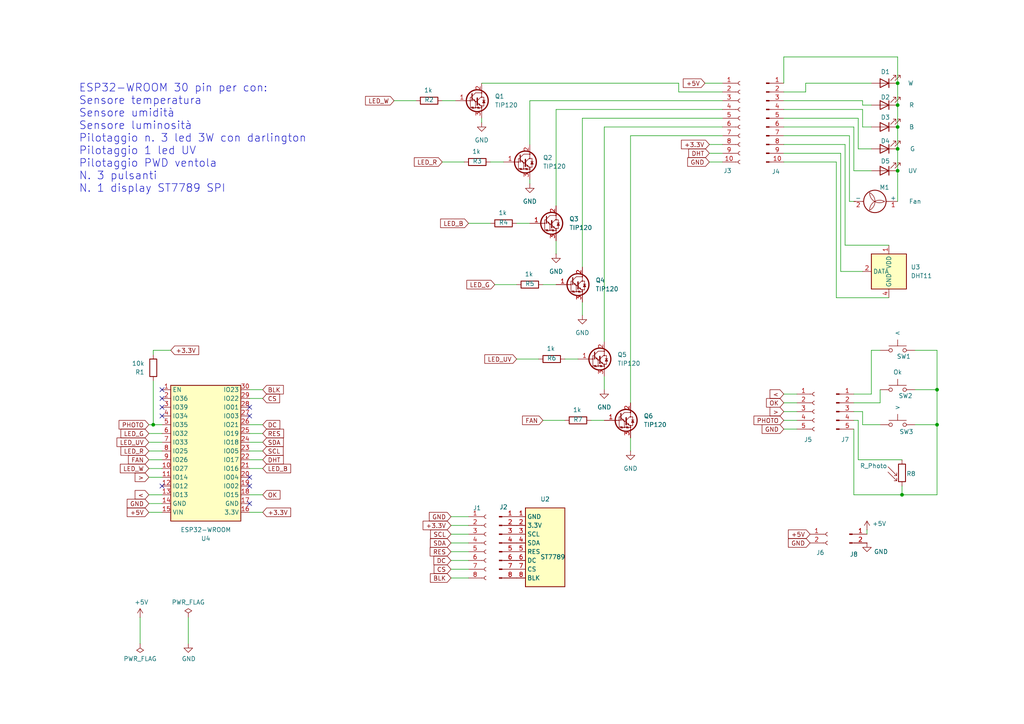
<source format=kicad_sch>
(kicad_sch (version 20250114) (generator "eeschema") (generator_version "9.0")
  (paper "A4")
  (title_block (title "Terrario con ESP32 30 pin"))
  (lib_symbols
    (symbol "Connector:Conn_01x02_Pin" (pin_names (offset 1.016) (hide yes))
      (property "Reference" "J" (at 0 2.54 0))
      (property "Value" "Conn_01x02_Pin" (at 0 -5.08 0))
      (symbol "Conn_01x02_Pin_1_1"
        (rectangle (start 0.8636 0.127) (end 0 -0.127) (stroke (width 0.1524)) (fill (type outline)))
        (rectangle (start 0.8636 -2.413) (end 0 -2.667) (stroke (width 0.1524)) (fill (type outline)))
        (polyline (pts (xy 1.27 0) (xy 0.8636 0)) (stroke (width 0.1524)))
        (polyline (pts (xy 1.27 -2.54) (xy 0.8636 -2.54)) (stroke (width 0.1524)))
        (pin passive line (at 5.08 0 180) (length 3.81) (name "Pin_1") (number "1"))
        (pin passive line (at 5.08 -2.54 180) (length 3.81) (name "Pin_2") (number "2"))
      )
    )
    (symbol "Connector:Conn_01x02_Socket" (pin_names (offset 1.016) (hide yes))
      (property "Reference" "J" (at 0 2.54 0))
      (property "Value" "Conn_01x02_Socket" (at 0 -5.08 0))
      (symbol "Conn_01x02_Socket_1_1"
        (polyline (pts (xy -1.27 0) (xy -0.508 0)) (stroke (width 0.1524)))
        (polyline (pts (xy -1.27 -2.54) (xy -0.508 -2.54)) (stroke (width 0.1524)))
        (arc (start 0 -0.508) (mid -0.5058 0) (end 0 0.508) (stroke (width 0.1524)))
        (arc (start 0 -3.048) (mid -0.5058 -2.54) (end 0 -2.032) (stroke (width 0.1524)))
        (pin passive line (at -5.08 0 0) (length 3.81) (name "Pin_1") (number "1"))
        (pin passive line (at -5.08 -2.54 0) (length 3.81) (name "Pin_2") (number "2"))
      )
    )
    (symbol "Connector:Conn_01x05_Pin" (pin_names (offset 1.016) (hide yes))
      (property "Reference" "J" (at 0 7.62 0))
      (property "Value" "Conn_01x05_Pin" (at 0 -7.62 0))
      (symbol "Conn_01x05_Pin_1_1"
        (rectangle (start 0.8636 5.207) (end 0 4.953) (stroke (width 0.1524)) (fill (type outline)))
        (rectangle (start 0.8636 2.667) (end 0 2.413) (stroke (width 0.1524)) (fill (type outline)))
        (rectangle (start 0.8636 0.127) (end 0 -0.127) (stroke (width 0.1524)) (fill (type outline)))
        (rectangle (start 0.8636 -2.413) (end 0 -2.667) (stroke (width 0.1524)) (fill (type outline)))
        (rectangle (start 0.8636 -4.953) (end 0 -5.207) (stroke (width 0.1524)) (fill (type outline)))
        (polyline (pts (xy 1.27 5.08) (xy 0.8636 5.08)) (stroke (width 0.1524)))
        (polyline (pts (xy 1.27 2.54) (xy 0.8636 2.54)) (stroke (width 0.1524)))
        (polyline (pts (xy 1.27 0) (xy 0.8636 0)) (stroke (width 0.1524)))
        (polyline (pts (xy 1.27 -2.54) (xy 0.8636 -2.54)) (stroke (width 0.1524)))
        (polyline (pts (xy 1.27 -5.08) (xy 0.8636 -5.08)) (stroke (width 0.1524)))
        (pin passive line (at 5.08 5.08 180) (length 3.81) (name "Pin_1") (number "1"))
        (pin passive line (at 5.08 2.54 180) (length 3.81) (name "Pin_2") (number "2"))
        (pin passive line (at 5.08 0 180) (length 3.81) (name "Pin_3") (number "3"))
        (pin passive line (at 5.08 -2.54 180) (length 3.81) (name "Pin_4") (number "4"))
        (pin passive line (at 5.08 -5.08 180) (length 3.81) (name "Pin_5") (number "5"))
      )
    )
    (symbol "Connector:Conn_01x05_Socket" (pin_names (offset 1.016) (hide yes))
      (property "Reference" "J" (at 0 7.62 0))
      (property "Value" "Conn_01x05_Socket" (at 0 -7.62 0))
      (symbol "Conn_01x05_Socket_1_1"
        (polyline (pts (xy -1.27 5.08) (xy -0.508 5.08)) (stroke (width 0.1524)))
        (polyline (pts (xy -1.27 2.54) (xy -0.508 2.54)) (stroke (width 0.1524)))
        (polyline (pts (xy -1.27 0) (xy -0.508 0)) (stroke (width 0.1524)))
        (polyline (pts (xy -1.27 -2.54) (xy -0.508 -2.54)) (stroke (width 0.1524)))
        (polyline (pts (xy -1.27 -5.08) (xy -0.508 -5.08)) (stroke (width 0.1524)))
        (arc (start 0 4.572) (mid -0.5058 5.08) (end 0 5.588) (stroke (width 0.1524)))
        (arc (start 0 2.032) (mid -0.5058 2.54) (end 0 3.048) (stroke (width 0.1524)))
        (arc (start 0 -0.508) (mid -0.5058 0) (end 0 0.508) (stroke (width 0.1524)))
        (arc (start 0 -3.048) (mid -0.5058 -2.54) (end 0 -2.032) (stroke (width 0.1524)))
        (arc (start 0 -5.588) (mid -0.5058 -5.08) (end 0 -4.572) (stroke (width 0.1524)))
        (pin passive line (at -5.08 5.08 0) (length 3.81) (name "Pin_1") (number "1"))
        (pin passive line (at -5.08 2.54 0) (length 3.81) (name "Pin_2") (number "2"))
        (pin passive line (at -5.08 0 0) (length 3.81) (name "Pin_3") (number "3"))
        (pin passive line (at -5.08 -2.54 0) (length 3.81) (name "Pin_4") (number "4"))
        (pin passive line (at -5.08 -5.08 0) (length 3.81) (name "Pin_5") (number "5"))
      )
    )
    (symbol "Connector:Conn_01x08_Pin" (pin_names (offset 1.016) (hide yes))
      (property "Reference" "J" (at 0 10.16 0))
      (property "Value" "Conn_01x08_Pin" (at 0 -12.7 0))
      (symbol "Conn_01x08_Pin_1_1"
        (rectangle (start 0.8636 7.747) (end 0 7.493) (stroke (width 0.1524)) (fill (type outline)))
        (rectangle (start 0.8636 5.207) (end 0 4.953) (stroke (width 0.1524)) (fill (type outline)))
        (rectangle (start 0.8636 2.667) (end 0 2.413) (stroke (width 0.1524)) (fill (type outline)))
        (rectangle (start 0.8636 0.127) (end 0 -0.127) (stroke (width 0.1524)) (fill (type outline)))
        (rectangle (start 0.8636 -2.413) (end 0 -2.667) (stroke (width 0.1524)) (fill (type outline)))
        (rectangle (start 0.8636 -4.953) (end 0 -5.207) (stroke (width 0.1524)) (fill (type outline)))
        (rectangle (start 0.8636 -7.493) (end 0 -7.747) (stroke (width 0.1524)) (fill (type outline)))
        (rectangle (start 0.8636 -10.033) (end 0 -10.287) (stroke (width 0.1524)) (fill (type outline)))
        (polyline (pts (xy 1.27 7.62) (xy 0.8636 7.62)) (stroke (width 0.1524)))
        (polyline (pts (xy 1.27 5.08) (xy 0.8636 5.08)) (stroke (width 0.1524)))
        (polyline (pts (xy 1.27 2.54) (xy 0.8636 2.54)) (stroke (width 0.1524)))
        (polyline (pts (xy 1.27 0) (xy 0.8636 0)) (stroke (width 0.1524)))
        (polyline (pts (xy 1.27 -2.54) (xy 0.8636 -2.54)) (stroke (width 0.1524)))
        (polyline (pts (xy 1.27 -5.08) (xy 0.8636 -5.08)) (stroke (width 0.1524)))
        (polyline (pts (xy 1.27 -7.62) (xy 0.8636 -7.62)) (stroke (width 0.1524)))
        (polyline (pts (xy 1.27 -10.16) (xy 0.8636 -10.16)) (stroke (width 0.1524)))
        (pin passive line (at 5.08 7.62 180) (length 3.81) (name "Pin_1") (number "1"))
        (pin passive line (at 5.08 5.08 180) (length 3.81) (name "Pin_2") (number "2"))
        (pin passive line (at 5.08 2.54 180) (length 3.81) (name "Pin_3") (number "3"))
        (pin passive line (at 5.08 0 180) (length 3.81) (name "Pin_4") (number "4"))
        (pin passive line (at 5.08 -2.54 180) (length 3.81) (name "Pin_5") (number "5"))
        (pin passive line (at 5.08 -5.08 180) (length 3.81) (name "Pin_6") (number "6"))
        (pin passive line (at 5.08 -7.62 180) (length 3.81) (name "Pin_7") (number "7"))
        (pin passive line (at 5.08 -10.16 180) (length 3.81) (name "Pin_8") (number "8"))
      )
    )
    (symbol "Connector:Conn_01x08_Socket" (pin_names (offset 1.016) (hide yes))
      (property "Reference" "J" (at 0 10.16 0))
      (property "Value" "Conn_01x08_Socket" (at 0 -12.7 0))
      (symbol "Conn_01x08_Socket_1_1"
        (polyline (pts (xy -1.27 7.62) (xy -0.508 7.62)) (stroke (width 0.1524)))
        (polyline (pts (xy -1.27 5.08) (xy -0.508 5.08)) (stroke (width 0.1524)))
        (polyline (pts (xy -1.27 2.54) (xy -0.508 2.54)) (stroke (width 0.1524)))
        (polyline (pts (xy -1.27 0) (xy -0.508 0)) (stroke (width 0.1524)))
        (polyline (pts (xy -1.27 -2.54) (xy -0.508 -2.54)) (stroke (width 0.1524)))
        (polyline (pts (xy -1.27 -5.08) (xy -0.508 -5.08)) (stroke (width 0.1524)))
        (polyline (pts (xy -1.27 -7.62) (xy -0.508 -7.62)) (stroke (width 0.1524)))
        (polyline (pts (xy -1.27 -10.16) (xy -0.508 -10.16)) (stroke (width 0.1524)))
        (arc (start 0 7.112) (mid -0.5058 7.62) (end 0 8.128) (stroke (width 0.1524)))
        (arc (start 0 4.572) (mid -0.5058 5.08) (end 0 5.588) (stroke (width 0.1524)))
        (arc (start 0 2.032) (mid -0.5058 2.54) (end 0 3.048) (stroke (width 0.1524)))
        (arc (start 0 -0.508) (mid -0.5058 0) (end 0 0.508) (stroke (width 0.1524)))
        (arc (start 0 -3.048) (mid -0.5058 -2.54) (end 0 -2.032) (stroke (width 0.1524)))
        (arc (start 0 -5.588) (mid -0.5058 -5.08) (end 0 -4.572) (stroke (width 0.1524)))
        (arc (start 0 -8.128) (mid -0.5058 -7.62) (end 0 -7.112) (stroke (width 0.1524)))
        (arc (start 0 -10.668) (mid -0.5058 -10.16) (end 0 -9.652) (stroke (width 0.1524)))
        (pin passive line (at -5.08 7.62 0) (length 3.81) (name "Pin_1") (number "1"))
        (pin passive line (at -5.08 5.08 0) (length 3.81) (name "Pin_2") (number "2"))
        (pin passive line (at -5.08 2.54 0) (length 3.81) (name "Pin_3") (number "3"))
        (pin passive line (at -5.08 0 0) (length 3.81) (name "Pin_4") (number "4"))
        (pin passive line (at -5.08 -2.54 0) (length 3.81) (name "Pin_5") (number "5"))
        (pin passive line (at -5.08 -5.08 0) (length 3.81) (name "Pin_6") (number "6"))
        (pin passive line (at -5.08 -7.62 0) (length 3.81) (name "Pin_7") (number "7"))
        (pin passive line (at -5.08 -10.16 0) (length 3.81) (name "Pin_8") (number "8"))
      )
    )
    (symbol "Connector:Conn_01x10_Pin" (pin_names (offset 1.016) (hide yes))
      (property "Reference" "J" (at 0 12.7 0))
      (property "Value" "Conn_01x10_Pin" (at 0 -15.24 0))
      (symbol "Conn_01x10_Pin_1_1"
        (rectangle (start 0.8636 10.287) (end 0 10.033) (stroke (width 0.1524)) (fill (type outline)))
        (rectangle (start 0.8636 7.747) (end 0 7.493) (stroke (width 0.1524)) (fill (type outline)))
        (rectangle (start 0.8636 5.207) (end 0 4.953) (stroke (width 0.1524)) (fill (type outline)))
        (rectangle (start 0.8636 2.667) (end 0 2.413) (stroke (width 0.1524)) (fill (type outline)))
        (rectangle (start 0.8636 0.127) (end 0 -0.127) (stroke (width 0.1524)) (fill (type outline)))
        (rectangle (start 0.8636 -2.413) (end 0 -2.667) (stroke (width 0.1524)) (fill (type outline)))
        (rectangle (start 0.8636 -4.953) (end 0 -5.207) (stroke (width 0.1524)) (fill (type outline)))
        (rectangle (start 0.8636 -7.493) (end 0 -7.747) (stroke (width 0.1524)) (fill (type outline)))
        (rectangle (start 0.8636 -10.033) (end 0 -10.287) (stroke (width 0.1524)) (fill (type outline)))
        (rectangle (start 0.8636 -12.573) (end 0 -12.827) (stroke (width 0.1524)) (fill (type outline)))
        (polyline (pts (xy 1.27 10.16) (xy 0.8636 10.16)) (stroke (width 0.1524)))
        (polyline (pts (xy 1.27 7.62) (xy 0.8636 7.62)) (stroke (width 0.1524)))
        (polyline (pts (xy 1.27 5.08) (xy 0.8636 5.08)) (stroke (width 0.1524)))
        (polyline (pts (xy 1.27 2.54) (xy 0.8636 2.54)) (stroke (width 0.1524)))
        (polyline (pts (xy 1.27 0) (xy 0.8636 0)) (stroke (width 0.1524)))
        (polyline (pts (xy 1.27 -2.54) (xy 0.8636 -2.54)) (stroke (width 0.1524)))
        (polyline (pts (xy 1.27 -5.08) (xy 0.8636 -5.08)) (stroke (width 0.1524)))
        (polyline (pts (xy 1.27 -7.62) (xy 0.8636 -7.62)) (stroke (width 0.1524)))
        (polyline (pts (xy 1.27 -10.16) (xy 0.8636 -10.16)) (stroke (width 0.1524)))
        (polyline (pts (xy 1.27 -12.7) (xy 0.8636 -12.7)) (stroke (width 0.1524)))
        (pin passive line (at 5.08 10.16 180) (length 3.81) (name "Pin_1") (number "1"))
        (pin passive line (at 5.08 7.62 180) (length 3.81) (name "Pin_2") (number "2"))
        (pin passive line (at 5.08 5.08 180) (length 3.81) (name "Pin_3") (number "3"))
        (pin passive line (at 5.08 2.54 180) (length 3.81) (name "Pin_4") (number "4"))
        (pin passive line (at 5.08 0 180) (length 3.81) (name "Pin_5") (number "5"))
        (pin passive line (at 5.08 -2.54 180) (length 3.81) (name "Pin_6") (number "6"))
        (pin passive line (at 5.08 -5.08 180) (length 3.81) (name "Pin_7") (number "7"))
        (pin passive line (at 5.08 -7.62 180) (length 3.81) (name "Pin_8") (number "8"))
        (pin passive line (at 5.08 -10.16 180) (length 3.81) (name "Pin_9") (number "9"))
        (pin passive line (at 5.08 -12.7 180) (length 3.81) (name "Pin_10") (number "10"))
      )
    )
    (symbol "Connector:Conn_01x10_Socket" (pin_names (offset 1.016) (hide yes))
      (property "Reference" "J" (at 0 12.7 0))
      (property "Value" "Conn_01x10_Socket" (at 0 -15.24 0))
      (symbol "Conn_01x10_Socket_1_1"
        (polyline (pts (xy -1.27 10.16) (xy -0.508 10.16)) (stroke (width 0.1524)))
        (polyline (pts (xy -1.27 7.62) (xy -0.508 7.62)) (stroke (width 0.1524)))
        (polyline (pts (xy -1.27 5.08) (xy -0.508 5.08)) (stroke (width 0.1524)))
        (polyline (pts (xy -1.27 2.54) (xy -0.508 2.54)) (stroke (width 0.1524)))
        (polyline (pts (xy -1.27 0) (xy -0.508 0)) (stroke (width 0.1524)))
        (polyline (pts (xy -1.27 -2.54) (xy -0.508 -2.54)) (stroke (width 0.1524)))
        (polyline (pts (xy -1.27 -5.08) (xy -0.508 -5.08)) (stroke (width 0.1524)))
        (polyline (pts (xy -1.27 -7.62) (xy -0.508 -7.62)) (stroke (width 0.1524)))
        (polyline (pts (xy -1.27 -10.16) (xy -0.508 -10.16)) (stroke (width 0.1524)))
        (polyline (pts (xy -1.27 -12.7) (xy -0.508 -12.7)) (stroke (width 0.1524)))
        (arc (start 0 9.652) (mid -0.5058 10.16) (end 0 10.668) (stroke (width 0.1524)))
        (arc (start 0 7.112) (mid -0.5058 7.62) (end 0 8.128) (stroke (width 0.1524)))
        (arc (start 0 4.572) (mid -0.5058 5.08) (end 0 5.588) (stroke (width 0.1524)))
        (arc (start 0 2.032) (mid -0.5058 2.54) (end 0 3.048) (stroke (width 0.1524)))
        (arc (start 0 -0.508) (mid -0.5058 0) (end 0 0.508) (stroke (width 0.1524)))
        (arc (start 0 -3.048) (mid -0.5058 -2.54) (end 0 -2.032) (stroke (width 0.1524)))
        (arc (start 0 -5.588) (mid -0.5058 -5.08) (end 0 -4.572) (stroke (width 0.1524)))
        (arc (start 0 -8.128) (mid -0.5058 -7.62) (end 0 -7.112) (stroke (width 0.1524)))
        (arc (start 0 -10.668) (mid -0.5058 -10.16) (end 0 -9.652) (stroke (width 0.1524)))
        (arc (start 0 -13.208) (mid -0.5058 -12.7) (end 0 -12.192) (stroke (width 0.1524)))
        (pin passive line (at -5.08 10.16 0) (length 3.81) (name "Pin_1") (number "1"))
        (pin passive line (at -5.08 7.62 0) (length 3.81) (name "Pin_2") (number "2"))
        (pin passive line (at -5.08 5.08 0) (length 3.81) (name "Pin_3") (number "3"))
        (pin passive line (at -5.08 2.54 0) (length 3.81) (name "Pin_4") (number "4"))
        (pin passive line (at -5.08 0 0) (length 3.81) (name "Pin_5") (number "5"))
        (pin passive line (at -5.08 -2.54 0) (length 3.81) (name "Pin_6") (number "6"))
        (pin passive line (at -5.08 -5.08 0) (length 3.81) (name "Pin_7") (number "7"))
        (pin passive line (at -5.08 -7.62 0) (length 3.81) (name "Pin_8") (number "8"))
        (pin passive line (at -5.08 -10.16 0) (length 3.81) (name "Pin_9") (number "9"))
        (pin passive line (at -5.08 -12.7 0) (length 3.81) (name "Pin_10") (number "10"))
      )
    )
    (symbol "Device:LED" (pin_numbers (hide yes)) (pin_names (offset 1.016) (hide yes))
      (property "Reference" "D" (at 0 2.54 0))
      (property "Value" "LED" (at 0 -2.54 0))
      (symbol "LED_0_1"
        (polyline (pts (xy -3.048 -0.762) (xy -4.572 -2.286) (xy -3.81 -2.286) (xy -4.572 -2.286) (xy -4.572 -1.524)))
        (polyline (pts (xy -1.778 -0.762) (xy -3.302 -2.286) (xy -2.54 -2.286) (xy -3.302 -2.286) (xy -3.302 -1.524)))
        (polyline (pts (xy -1.27 0) (xy 1.27 0)))
        (polyline (pts (xy -1.27 -1.27) (xy -1.27 1.27)) (stroke (width 0.254)))
        (polyline (pts (xy 1.27 -1.27) (xy 1.27 1.27) (xy -1.27 0) (xy 1.27 -1.27)) (stroke (width 0.254)))
      )
      (symbol "LED_1_1"
        (pin passive line (at -3.81 0 0) (length 2.54) (name "K") (number "1"))
        (pin passive line (at 3.81 0 180) (length 2.54) (name "A") (number "2"))
      )
    )
    (symbol "Device:R" (pin_numbers (hide yes)) (pin_names (offset 0))
      (property "Reference" "R" (at 2.032 0 90))
      (property "Value" "R" (at 0 0 90))
      (symbol "R_0_1"
        (rectangle (start -1.016 -2.54) (end 1.016 2.54) (stroke (width 0.254)))
      )
      (symbol "R_1_1"
        (pin passive line (at 0 3.81 270) (length 1.27) (name "~") (number "1"))
        (pin passive line (at 0 -3.81 90) (length 1.27) (name "~") (number "2"))
      )
    )
    (symbol "Device:R_Photo" (pin_numbers (hide yes)) (pin_names (offset 0))
      (property "Reference" "R" (at 1.27 1.27 0))
      (property "Value" "R_Photo" (at 1.27 0 0))
      (symbol "R_Photo_0_1"
        (polyline (pts (xy -1.524 -0.762) (xy -4.064 1.778)))
        (polyline (pts (xy -1.524 -0.762) (xy -2.286 -0.762)))
        (polyline (pts (xy -1.524 -0.762) (xy -1.524 0)))
        (polyline (pts (xy -1.524 -2.286) (xy -4.064 0.254)))
        (polyline (pts (xy -1.524 -2.286) (xy -2.286 -2.286)))
        (polyline (pts (xy -1.524 -2.286) (xy -1.524 -1.524)))
        (rectangle (start -1.016 2.54) (end 1.016 -2.54) (stroke (width 0.254)))
      )
      (symbol "R_Photo_1_1"
        (pin passive line (at 0 3.81 270) (length 1.27) (name "~") (number "1"))
        (pin passive line (at 0 -3.81 90) (length 1.27) (name "~") (number "2"))
      )
    )
    (symbol "ESP32-WROOM_1"
      (property "Reference" "U" (at -7.62 13.97 0))
      (property "Value" "ESP32-WROOM" (at 2.794 13.97 0))
      (symbol "ESP32-WROOM_1_1_1"
        (rectangle (start -10.16 12.7) (end 10.16 -26.67) (stroke (width 0.254)) (fill (type background)))
        (pin power_out line (at -12.7 10.16 0) (length 2.54) (name "3.3V") (number "16"))
        (pin power_out line (at -12.7 7.62 0) (length 2.54) (name "GND") (number "17"))
        (pin bidirectional line (at -12.7 5.08 0) (length 2.54) (name "IO15") (number "18"))
        (pin bidirectional line (at -12.7 2.54 0) (length 2.54) (name "IO02") (number "19"))
        (pin bidirectional line (at -12.7 0 0) (length 2.54) (name "IO04") (number "20"))
        (pin bidirectional line (at -12.7 -2.54 0) (length 2.54) (name "IO16") (number "21"))
        (pin bidirectional line (at -12.7 -5.08 0) (length 2.54) (name "IO17") (number "22"))
        (pin bidirectional line (at -12.7 -7.62 0) (length 2.54) (name "IO05") (number "23"))
        (pin bidirectional line (at -12.7 -10.16 0) (length 2.54) (name "IO18") (number "24"))
        (pin bidirectional line (at -12.7 -12.7 0) (length 2.54) (name "IO19") (number "25"))
        (pin bidirectional line (at -12.7 -15.24 0) (length 2.54) (name "IO21") (number "26"))
        (pin bidirectional line (at -12.7 -17.78 0) (length 2.54) (name "IO03") (number "27"))
        (pin bidirectional line (at -12.7 -20.32 0) (length 2.54) (name "IO01") (number "28"))
        (pin bidirectional line (at -12.7 -22.86 0) (length 2.54) (name "IO22") (number "29"))
        (pin bidirectional line (at -12.7 -25.4 0) (length 2.54) (name "IO23") (number "30"))
        (pin power_in line (at 12.7 10.16 180) (length 2.54) (name "VIN") (number "15"))
        (pin power_in line (at 12.7 7.62 180) (length 2.54) (name "GND") (number "14"))
        (pin bidirectional line (at 12.7 5.08 180) (length 2.54) (name "IO13") (number "13"))
        (pin bidirectional line (at 12.7 2.54 180) (length 2.54) (name "IO12") (number "12"))
        (pin bidirectional line (at 12.7 0 180) (length 2.54) (name "IO14") (number "11"))
        (pin bidirectional line (at 12.7 -2.54 180) (length 2.54) (name "IO27") (number "10"))
        (pin bidirectional line (at 12.7 -5.08 180) (length 2.54) (name "IO26") (number "9"))
        (pin bidirectional line (at 12.7 -7.62 180) (length 2.54) (name "IO25") (number "8"))
        (pin bidirectional line (at 12.7 -10.16 180) (length 2.54) (name "IO33") (number "7"))
        (pin bidirectional line (at 12.7 -12.7 180) (length 2.54) (name "IO32") (number "6"))
        (pin input line (at 12.7 -15.24 180) (length 2.54) (name "IO35") (number "5"))
        (pin input line (at 12.7 -17.78 180) (length 2.54) (name "IO34") (number "4"))
        (pin input line (at 12.7 -20.32 180) (length 2.54) (name "IO39") (number "3"))
        (pin input line (at 12.7 -22.86 180) (length 2.54) (name "IO36") (number "2"))
        (pin input line (at 12.7 -25.4 180) (length 2.54) (name "EN") (number "1"))
      )
    )
    (symbol "Esp32-rescue:ST7789"
      (property "Reference" "U" (at -7.62 13.97 0))
      (property "Value" "ST7789" (at -1.27 13.97 0))
      (symbol "ST7789_1_1"
        (rectangle (start -10.16 12.7) (end 1.27 -10.16) (stroke (width 0.254)) (fill (type background)))
        (pin power_in line (at -12.7 10.16 0) (length 2.54) (name "GND") (number "1"))
        (pin power_in line (at -12.7 7.62 0) (length 2.54) (name "3.3V") (number "2"))
        (pin input line (at -12.7 5.08 0) (length 2.54) (name "SCL") (number "3"))
        (pin input line (at -12.7 2.54 0) (length 2.54) (name "SDA") (number "4"))
        (pin input line (at -12.7 0 0) (length 2.54) (name "RES") (number "5"))
        (pin input line (at -12.7 -2.54 0) (length 2.54) (name "DC") (number "6"))
        (pin input line (at -12.7 -5.08 0) (length 2.54) (name "CS") (number "7"))
        (pin input line (at -12.7 -7.62 0) (length 2.54) (name "BLK") (number "8"))
      )
    )
    (symbol "Motor:Fan" (pin_names (offset 0))
      (property "Reference" "M" (at 2.54 5.08 0))
      (property "Value" "Fan" (at 2.54 -2.54 0))
      (symbol "Fan_0_1"
        (arc (start 0 3.81) (mid -0.0015 0.9048) (end -2.54 -0.508))
        (polyline (pts (xy 0 4.572) (xy 0 5.08)))
        (polyline (pts (xy 0 4.2672) (xy 0 4.6228)))
        (circle (center 0 1.016) (radius 3.2512) (stroke (width 0.254)))
        (arc (start -2.54 -0.508) (mid 0 1.0618) (end 2.54 -0.508))
        (polyline (pts (xy 0 -2.2352) (xy 0 -2.6416)))
        (polyline (pts (xy 0 -5.08) (xy 0 -4.572)))
        (arc (start 2.54 -0.508) (mid 0.047 0.9315) (end 0 3.81))
      )
      (symbol "Fan_1_1"
        (pin passive line (at 0 7.62 270) (length 2.54) (name "+") (number "1"))
        (pin passive line (at 0 -5.08 90) (length 2.54) (name "-") (number "2"))
      )
    )
    (symbol "Sensor:DHT11"
      (property "Reference" "U" (at -3.81 6.35 0))
      (property "Value" "DHT11" (at 3.81 6.35 0))
      (symbol "DHT11_0_1"
        (rectangle (start -5.08 5.08) (end 5.08 -5.08) (stroke (width 0.254)) (fill (type background)))
      )
      (symbol "DHT11_1_1"
        (pin no_connect line (at -5.08 0 0) (length 2.54) (hide yes) (name "NC") (number "3"))
        (pin power_in line (at 0 7.62 270) (length 2.54) (name "VDD") (number "1"))
        (pin power_in line (at 0 -7.62 90) (length 2.54) (name "GND") (number "4"))
        (pin bidirectional line (at 7.62 0 180) (length 2.54) (name "DATA") (number "2"))
      )
    )
    (symbol "Switch:SW_Push" (pin_numbers (hide yes)) (pin_names (offset 1.016) (hide yes))
      (property "Reference" "SW" (at 1.27 2.54 0))
      (property "Value" "SW_Push" (at 0 -1.524 0))
      (symbol "SW_Push_0_1"
        (circle (center -2.032 0) (radius 0.508))
        (polyline (pts (xy 0 1.27) (xy 0 3.048)))
        (circle (center 2.032 0) (radius 0.508))
        (polyline (pts (xy 2.54 1.27) (xy -2.54 1.27)))
        (pin passive line (at -5.08 0 0) (length 2.54) (name "1") (number "1"))
        (pin passive line (at 5.08 0 180) (length 2.54) (name "2") (number "2"))
      )
    )
    (symbol "Transistor_BJT:TIP120" (pin_names (offset 0) (hide yes))
      (property "Reference" "Q" (at 5.08 1.905 0))
      (property "Value" "TIP120" (at 5.08 0 0))
      (symbol "TIP120_0_1"
        (polyline (pts (xy -1.27 0) (xy -0.889 0)))
        (circle (center -0.762 0) (radius 0.127))
        (polyline (pts (xy -0.254 2.032) (xy -0.254 0) (xy -0.254 0)) (stroke (width 0.3048)))
        (polyline (pts (xy -0.254 1.27) (xy 0.762 2.286) (xy 2.54 2.286)))
        (polyline (pts (xy -0.254 1.016) (xy -0.762 1.016) (xy -0.762 -2.032)))
        (polyline (pts (xy -0.254 0.762) (xy 0.762 -0.254) (xy 1.27 -0.254)))
        (polyline (pts (xy 0.635 -0.127) (xy 0.381 0.381) (xy 0.127 0.127) (xy 0.635 -0.127)))
        (polyline (pts (xy 0.762 -0.254) (xy 0.762 -2.032) (xy 1.143 -2.032) (xy 1.27 -1.778) (xy 1.397 -2.286) (xy 1.524 -1.778) (xy 1.651 -2.286) (xy 1.778 -1.778) (xy 1.905 -2.286) (xy 2.032 -2.032) (xy 2.54 -2.032)))
        (circle (center 0.762 -0.254) (radius 0.127))
        (polyline (pts (xy 0.762 -2.032) (xy 0.381 -2.032) (xy 0.254 -2.286) (xy 0.127 -1.778) (xy 0 -2.286) (xy -0.127 -1.778) (xy -0.254 -2.286) (xy -0.381 -1.778) (xy -0.508 -2.032) (xy -0.762 -2.032)))
        (circle (center 0.762 -2.032) (radius 0.127))
        (polyline (pts (xy 1.27 0.762) (xy 1.27 -1.27) (xy 1.27 -1.27)) (stroke (width 0.381)))
        (polyline (pts (xy 1.27 0) (xy 2.286 1.016) (xy 2.54 1.016) (xy 2.54 2.286)))
        (circle (center 1.27 0) (radius 3.175) (stroke (width 0.3556)))
        (polyline (pts (xy 1.27 -0.508) (xy 2.286 -1.524) (xy 2.54 -1.524) (xy 2.54 -2.032)))
        (polyline (pts (xy 2.159 -1.397) (xy 1.905 -0.889) (xy 1.651 -1.143) (xy 2.159 -1.397)))
        (circle (center 2.54 2.286) (radius 0.127))
        (circle (center 2.54 1.016) (radius 0.127))
        (polyline (pts (xy 2.54 -1.524) (xy 3.175 -1.524)))
        (circle (center 2.54 -1.524) (radius 0.127))
        (polyline (pts (xy 2.54 -2.032) (xy 2.54 -2.54)))
        (circle (center 2.54 -2.032) (radius 0.127))
        (polyline (pts (xy 2.794 0.127) (xy 3.556 0.127)))
        (polyline (pts (xy 3.175 1.016) (xy 2.54 1.016)))
        (polyline (pts (xy 3.175 1.016) (xy 3.175 0.127)))
        (polyline (pts (xy 3.175 0.127) (xy 2.794 -0.635) (xy 3.556 -0.635) (xy 3.175 0.127)) (fill (type outline)))
        (polyline (pts (xy 3.175 -0.635) (xy 3.175 -1.524)))
      )
      (symbol "TIP120_1_1"
        (pin input line (at -5.08 0 0) (length 3.81) (name "B") (number "1"))
        (pin passive line (at 2.54 5.08 270) (length 2.667) (name "C") (number "2"))
        (pin passive line (at 2.54 -5.08 90) (length 2.54) (name "E") (number "3"))
      )
    )
    (symbol "power:+5V" (power) (pin_numbers (hide yes)) (pin_names (offset 0) (hide yes))
      (property "Value" "+5V" (at 0 3.556 0))
      (symbol "+5V_0_1"
        (polyline (pts (xy -0.762 1.27) (xy 0 2.54)))
        (polyline (pts (xy 0 2.54) (xy 0.762 1.27)))
        (polyline (pts (xy 0 0) (xy 0 2.54)))
      )
      (symbol "+5V_1_1"
        (pin power_in line (at 0 0 90) (length 0) (name "~") (number "1"))
      )
    )
    (symbol "power:GND" (power) (pin_numbers (hide yes)) (pin_names (offset 0) (hide yes))
      (property "Value" "GND" (at 0 -3.81 0))
      (symbol "GND_0_1"
        (polyline (pts (xy 0 0) (xy 0 -1.27) (xy 1.27 -1.27) (xy 0 -2.54) (xy -1.27 -1.27) (xy 0 -1.27)))
      )
      (symbol "GND_1_1"
        (pin power_in line (at 0 0 270) (length 0) (name "~") (number "1"))
      )
    )
    (symbol "power:PWR_FLAG" (power) (pin_numbers (hide yes)) (pin_names (offset 0) (hide yes))
      (property "Value" "PWR_FLAG" (at 0 3.81 0))
      (symbol "PWR_FLAG_0_0"
        (pin power_out line (at 0 0 90) (length 0) (name "~") (number "1"))
      )
      (symbol "PWR_FLAG_0_1"
        (polyline (pts (xy 0 0) (xy 0 1.27) (xy -1.016 1.905) (xy 0 2.54) (xy 1.016 1.905) (xy 0 1.27)))
      )
    )
  )
  (text "ESP32-WROOM 30 pin per con:\nSensore temperatura\nSensore umidità\nSensore luminosità\nPilotaggio n. 3 led 3W con darlington\nPilotaggio 1 led UV\nPilotaggio PWD ventola\nN. 3 pulsanti\nN. 1 display ST7789 SPI\n\n" (at 22.86 59.69 0) (effects (font (size 2.2606 2.2606)) (justify left bottom)))
  (junction (at 260.35 30.48))
  (junction (at 260.35 36.83))
  (junction (at 260.35 49.53))
  (junction (at 271.78 113.03))
  (junction (at 260.35 43.18))
  (junction (at 260.35 24.13))
  (junction (at 271.78 123.19))
  (junction (at 44.45 123.19))
  (junction (at 261.62 143.51))
  (no_connect (at 46.99 120.65))
  (no_connect (at 72.39 118.11))
  (no_connect (at 72.39 138.43))
  (no_connect (at 72.39 146.05))
  (no_connect (at 46.99 115.57))
  (no_connect (at 72.39 120.65))
  (no_connect (at 46.99 140.97))
  (no_connect (at 46.99 113.03))
  (no_connect (at 72.39 140.97))
  (no_connect (at 46.99 118.11))
  (wire (pts (xy 233.68 24.13) (xy 252.73 24.13)))
  (wire (pts (xy 227.33 34.29) (xy 248.92 34.29)))
  (wire (pts (xy 149.86 64.77) (xy 153.67 64.77)))
  (wire (pts (xy 46.99 135.89) (xy 43.18 135.89)))
  (wire (pts (xy 168.91 77.47) (xy 168.91 34.29)))
  (wire (pts (xy 168.91 34.29) (xy 209.55 34.29)))
  (wire (pts (xy 251.46 153.67) (xy 251.46 154.94)))
  (wire (pts (xy 227.33 16.51) (xy 227.33 24.13)))
  (wire (pts (xy 243.84 44.45) (xy 227.33 44.45)))
  (wire (pts (xy 255.27 123.19) (xy 250.19 123.19)))
  (wire (pts (xy 260.35 30.48) (xy 260.35 36.83)))
  (wire (pts (xy 245.11 71.12) (xy 245.11 41.91)))
  (wire (pts (xy 265.43 123.19) (xy 271.78 123.19)))
  (wire (pts (xy 153.67 29.21) (xy 209.55 29.21)))
  (wire (pts (xy 76.2 125.73) (xy 72.39 125.73)))
  (wire (pts (xy 157.48 82.55) (xy 161.29 82.55)))
  (wire (pts (xy 257.81 71.12) (xy 245.11 71.12)))
  (wire (pts (xy 135.89 64.77) (xy 142.24 64.77)))
  (wire (pts (xy 227.33 26.67) (xy 233.68 26.67)))
  (wire (pts (xy 182.88 39.37) (xy 209.55 39.37)))
  (wire (pts (xy 205.74 44.45) (xy 209.55 44.45)))
  (wire (pts (xy 76.2 130.81) (xy 72.39 130.81)))
  (wire (pts (xy 76.2 123.19) (xy 72.39 123.19)))
  (wire (pts (xy 227.33 121.92) (xy 231.14 121.92)))
  (wire (pts (xy 205.74 46.99) (xy 209.55 46.99)))
  (wire (pts (xy 248.92 34.29) (xy 248.92 43.18)))
  (wire (pts (xy 76.2 113.03) (xy 72.39 113.03)))
  (wire (pts (xy 44.45 123.19) (xy 43.18 123.19)))
  (wire (pts (xy 175.26 99.06) (xy 175.26 36.83)))
  (wire (pts (xy 204.47 24.13) (xy 209.55 24.13)))
  (wire (pts (xy 248.92 121.92) (xy 247.65 121.92)))
  (wire (pts (xy 227.33 39.37) (xy 246.38 39.37)))
  (wire (pts (xy 46.99 138.43) (xy 43.18 138.43)))
  (wire (pts (xy 246.38 58.42) (xy 247.65 58.42)))
  (wire (pts (xy 227.33 119.38) (xy 231.14 119.38)))
  (wire (pts (xy 250.19 29.21) (xy 250.19 30.48)))
  (wire (pts (xy 157.48 121.92) (xy 163.83 121.92)))
  (wire (pts (xy 227.33 116.84) (xy 231.14 116.84)))
  (wire (pts (xy 248.92 133.35) (xy 248.92 121.92)))
  (wire (pts (xy 163.83 104.14) (xy 167.64 104.14)))
  (wire (pts (xy 76.2 135.89) (xy 72.39 135.89)))
  (wire (pts (xy 44.45 101.6) (xy 44.45 102.87)))
  (wire (pts (xy 130.81 160.02) (xy 135.89 160.02)))
  (wire (pts (xy 243.84 78.74) (xy 243.84 44.45)))
  (wire (pts (xy 255.27 101.6) (xy 252.73 101.6)))
  (wire (pts (xy 149.86 104.14) (xy 156.21 104.14)))
  (wire (pts (xy 54.61 179.07) (xy 54.61 186.69)))
  (wire (pts (xy 130.81 157.48) (xy 135.89 157.48)))
  (wire (pts (xy 242.57 86.36) (xy 242.57 46.99)))
  (wire (pts (xy 260.35 36.83) (xy 260.35 43.18)))
  (wire (pts (xy 142.24 46.99) (xy 146.05 46.99)))
  (wire (pts (xy 255.27 116.84) (xy 247.65 116.84)))
  (wire (pts (xy 250.19 31.75) (xy 250.19 36.83)))
  (wire (pts (xy 261.62 140.97) (xy 261.62 143.51)))
  (wire (pts (xy 255.27 113.03) (xy 255.27 116.84)))
  (wire (pts (xy 250.19 36.83) (xy 252.73 36.83)))
  (wire (pts (xy 139.7 24.13) (xy 196.85 24.13)))
  (wire (pts (xy 130.81 152.4) (xy 135.89 152.4)))
  (wire (pts (xy 130.81 167.64) (xy 135.89 167.64)))
  (wire (pts (xy 175.26 109.22) (xy 175.26 113.03)))
  (wire (pts (xy 153.67 52.07) (xy 153.67 53.34)))
  (wire (pts (xy 260.35 49.53) (xy 260.35 58.42)))
  (wire (pts (xy 205.74 41.91) (xy 209.55 41.91)))
  (wire (pts (xy 114.3 29.21) (xy 120.65 29.21)))
  (wire (pts (xy 271.78 123.19) (xy 271.78 143.51)))
  (wire (pts (xy 247.65 143.51) (xy 261.62 143.51)))
  (wire (pts (xy 271.78 101.6) (xy 265.43 101.6)))
  (wire (pts (xy 261.62 143.51) (xy 271.78 143.51)))
  (wire (pts (xy 49.53 101.6) (xy 44.45 101.6)))
  (wire (pts (xy 168.91 87.63) (xy 168.91 91.44)))
  (wire (pts (xy 182.88 127) (xy 182.88 130.81)))
  (wire (pts (xy 40.64 186.69) (xy 40.64 179.07)))
  (wire (pts (xy 46.99 130.81) (xy 43.18 130.81)))
  (wire (pts (xy 76.2 143.51) (xy 72.39 143.51)))
  (wire (pts (xy 227.33 114.3) (xy 231.14 114.3)))
  (wire (pts (xy 161.29 59.69) (xy 161.29 31.75)))
  (wire (pts (xy 252.73 114.3) (xy 247.65 114.3)))
  (wire (pts (xy 128.27 46.99) (xy 134.62 46.99)))
  (wire (pts (xy 171.45 121.92) (xy 175.26 121.92)))
  (wire (pts (xy 196.85 26.67) (xy 209.55 26.67)))
  (wire (pts (xy 76.2 115.57) (xy 72.39 115.57)))
  (wire (pts (xy 247.65 49.53) (xy 252.73 49.53)))
  (wire (pts (xy 242.57 46.99) (xy 227.33 46.99)))
  (wire (pts (xy 250.19 30.48) (xy 252.73 30.48)))
  (wire (pts (xy 260.35 16.51) (xy 227.33 16.51)))
  (wire (pts (xy 227.33 124.46) (xy 231.14 124.46)))
  (wire (pts (xy 252.73 101.6) (xy 252.73 114.3)))
  (wire (pts (xy 227.33 31.75) (xy 250.19 31.75)))
  (wire (pts (xy 271.78 101.6) (xy 271.78 113.03)))
  (wire (pts (xy 182.88 116.84) (xy 182.88 39.37)))
  (wire (pts (xy 153.67 41.91) (xy 153.67 29.21)))
  (wire (pts (xy 46.99 123.19) (xy 44.45 123.19)))
  (wire (pts (xy 233.68 26.67) (xy 233.68 24.13)))
  (wire (pts (xy 246.38 39.37) (xy 246.38 58.42)))
  (wire (pts (xy 271.78 113.03) (xy 271.78 123.19)))
  (wire (pts (xy 46.99 143.51) (xy 43.18 143.51)))
  (wire (pts (xy 227.33 29.21) (xy 250.19 29.21)))
  (wire (pts (xy 175.26 36.83) (xy 209.55 36.83)))
  (wire (pts (xy 46.99 133.35) (xy 43.18 133.35)))
  (wire (pts (xy 250.19 78.74) (xy 243.84 78.74)))
  (wire (pts (xy 247.65 124.46) (xy 247.65 143.51)))
  (wire (pts (xy 247.65 36.83) (xy 247.65 49.53)))
  (wire (pts (xy 130.81 165.1) (xy 135.89 165.1)))
  (wire (pts (xy 260.35 24.13) (xy 260.35 16.51)))
  (wire (pts (xy 46.99 128.27) (xy 43.18 128.27)))
  (wire (pts (xy 260.35 43.18) (xy 260.35 49.53)))
  (wire (pts (xy 265.43 113.03) (xy 271.78 113.03)))
  (wire (pts (xy 250.19 123.19) (xy 250.19 119.38)))
  (wire (pts (xy 46.99 146.05) (xy 43.18 146.05)))
  (wire (pts (xy 76.2 128.27) (xy 72.39 128.27)))
  (wire (pts (xy 261.62 133.35) (xy 248.92 133.35)))
  (wire (pts (xy 76.2 133.35) (xy 72.39 133.35)))
  (wire (pts (xy 161.29 31.75) (xy 209.55 31.75)))
  (wire (pts (xy 257.81 86.36) (xy 242.57 86.36)))
  (wire (pts (xy 130.81 149.86) (xy 135.89 149.86)))
  (wire (pts (xy 76.2 148.59) (xy 72.39 148.59)))
  (wire (pts (xy 130.81 154.94) (xy 135.89 154.94)))
  (wire (pts (xy 196.85 24.13) (xy 196.85 26.67)))
  (wire (pts (xy 248.92 43.18) (xy 252.73 43.18)))
  (wire (pts (xy 250.19 119.38) (xy 247.65 119.38)))
  (wire (pts (xy 46.99 148.59) (xy 43.18 148.59)))
  (wire (pts (xy 46.99 125.73) (xy 43.18 125.73)))
  (wire (pts (xy 44.45 123.19) (xy 44.45 110.49)))
  (wire (pts (xy 139.7 34.29) (xy 139.7 35.56)))
  (wire (pts (xy 130.81 162.56) (xy 135.89 162.56)))
  (wire (pts (xy 260.35 24.13) (xy 260.35 30.48)))
  (wire (pts (xy 128.27 29.21) (xy 132.08 29.21)))
  (wire (pts (xy 245.11 41.91) (xy 227.33 41.91)))
  (wire (pts (xy 143.51 82.55) (xy 149.86 82.55)))
  (wire (pts (xy 227.33 36.83) (xy 247.65 36.83)))
  (wire (pts (xy 161.29 69.85) (xy 161.29 73.66)))
  (global_label "GND" (shape input) (at 130.81 149.86 180) (property "Intersheetrefs" "${INTERSHEET_REFS}" (effects (hide yes))))
  (global_label "BLK" (shape input) (at 76.2 113.03 0) (property "Intersheetrefs" "${INTERSHEET_REFS}" (effects (hide yes))))
  (global_label "SCL" (shape input) (at 76.2 130.81 0) (property "Intersheetrefs" "${INTERSHEET_REFS}" (effects (hide yes))))
  (global_label "+3.3V" (shape input) (at 76.2 148.59 0) (property "Intersheetrefs" "${INTERSHEET_REFS}" (effects (hide yes))))
  (global_label "DHT" (shape input) (at 205.74 44.45 180) (property "Intersheetrefs" "${INTERSHEET_REFS}" (effects (hide yes))))
  (global_label "BLK" (shape input) (at 130.81 167.64 180) (property "Intersheetrefs" "${INTERSHEET_REFS}" (effects (hide yes))))
  (global_label "CS" (shape input) (at 76.2 115.57 0) (property "Intersheetrefs" "${INTERSHEET_REFS}" (effects (hide yes))))
  (global_label "+3.3V" (shape input) (at 49.53 101.6 0) (property "Intersheetrefs" "${INTERSHEET_REFS}" (effects (hide yes))))
  (global_label "PHOTO" (shape input) (at 43.18 123.19 180) (property "Intersheetrefs" "${INTERSHEET_REFS}" (effects (hide yes))))
  (global_label "SDA" (shape input) (at 130.81 157.48 180) (property "Intersheetrefs" "${INTERSHEET_REFS}" (effects (hide yes))))
  (global_label "DC" (shape input) (at 76.2 123.19 0) (property "Intersheetrefs" "${INTERSHEET_REFS}" (effects (hide yes))))
  (global_label "GND" (shape input) (at 43.18 146.05 180) (property "Intersheetrefs" "${INTERSHEET_REFS}" (effects (hide yes))))
  (global_label "<" (shape input) (at 43.18 143.51 180) (property "Intersheetrefs" "${INTERSHEET_REFS}" (effects (hide yes))))
  (global_label "LED_W" (shape input) (at 43.18 135.89 180) (property "Intersheetrefs" "${INTERSHEET_REFS}" (effects (hide yes))))
  (global_label ">" (shape input) (at 43.18 138.43 180) (property "Intersheetrefs" "${INTERSHEET_REFS}" (effects (hide yes))))
  (global_label "LED_B" (shape input) (at 135.89 64.77 180) (property "Intersheetrefs" "${INTERSHEET_REFS}" (effects (hide yes))))
  (global_label "SDA" (shape input) (at 76.2 128.27 0) (property "Intersheetrefs" "${INTERSHEET_REFS}" (effects (hide yes))))
  (global_label "GND" (shape input) (at 227.33 124.46 180) (property "Intersheetrefs" "${INTERSHEET_REFS}" (effects (hide yes))))
  (global_label "LED_R" (shape input) (at 43.18 130.81 180) (property "Intersheetrefs" "${INTERSHEET_REFS}" (effects (hide yes))))
  (global_label "+3.3V" (shape input) (at 130.81 152.4 180) (property "Intersheetrefs" "${INTERSHEET_REFS}" (effects (hide yes))))
  (global_label "+5V" (shape input) (at 43.18 148.59 180) (property "Intersheetrefs" "${INTERSHEET_REFS}" (effects (hide yes))))
  (global_label "GND" (shape input) (at 205.74 46.99 180) (property "Intersheetrefs" "${INTERSHEET_REFS}" (effects (hide yes))))
  (global_label ">" (shape input) (at 227.33 119.38 180) (property "Intersheetrefs" "${INTERSHEET_REFS}" (effects (hide yes))))
  (global_label "RES" (shape input) (at 130.81 160.02 180) (property "Intersheetrefs" "${INTERSHEET_REFS}" (effects (hide yes))))
  (global_label "RES" (shape input) (at 76.2 125.73 0) (property "Intersheetrefs" "${INTERSHEET_REFS}" (effects (hide yes))))
  (global_label "LED_UV" (shape input) (at 43.18 128.27 180) (property "Intersheetrefs" "${INTERSHEET_REFS}" (effects (hide yes))))
  (global_label "DHT" (shape input) (at 76.2 133.35 0) (property "Intersheetrefs" "${INTERSHEET_REFS}" (effects (hide yes))))
  (global_label "+3.3V" (shape input) (at 205.74 41.91 180) (property "Intersheetrefs" "${INTERSHEET_REFS}" (effects (hide yes))))
  (global_label "LED_W" (shape input) (at 114.3 29.21 180) (property "Intersheetrefs" "${INTERSHEET_REFS}" (effects (hide yes))))
  (global_label "FAN" (shape input) (at 43.18 133.35 180) (property "Intersheetrefs" "${INTERSHEET_REFS}" (effects (hide yes))))
  (global_label "LED_G" (shape input) (at 43.18 125.73 180) (property "Intersheetrefs" "${INTERSHEET_REFS}" (effects (hide yes))))
  (global_label "PHOTO" (shape input) (at 227.33 121.92 180) (property "Intersheetrefs" "${INTERSHEET_REFS}" (effects (hide yes))))
  (global_label "DC" (shape input) (at 130.81 162.56 180) (property "Intersheetrefs" "${INTERSHEET_REFS}" (effects (hide yes))))
  (global_label "+5V" (shape input) (at 204.47 24.13 180) (property "Intersheetrefs" "${INTERSHEET_REFS}" (effects (hide yes))))
  (global_label "<" (shape input) (at 227.33 114.3 180) (property "Intersheetrefs" "${INTERSHEET_REFS}" (effects (hide yes))))
  (global_label "GND" (shape input) (at 234.95 157.48 180) (property "Intersheetrefs" "${INTERSHEET_REFS}" (effects (hide yes))))
  (global_label "LED_UV" (shape input) (at 149.86 104.14 180) (property "Intersheetrefs" "${INTERSHEET_REFS}" (effects (hide yes))))
  (global_label "LED_R" (shape input) (at 128.27 46.99 180) (property "Intersheetrefs" "${INTERSHEET_REFS}" (effects (hide yes))))
  (global_label "OK" (shape input) (at 227.33 116.84 180) (property "Intersheetrefs" "${INTERSHEET_REFS}" (effects (hide yes))))
  (global_label "SCL" (shape input) (at 130.81 154.94 180) (property "Intersheetrefs" "${INTERSHEET_REFS}" (effects (hide yes))))
  (global_label "FAN" (shape input) (at 157.48 121.92 180) (property "Intersheetrefs" "${INTERSHEET_REFS}" (effects (hide yes))))
  (global_label "LED_G" (shape input) (at 143.51 82.55 180) (property "Intersheetrefs" "${INTERSHEET_REFS}" (effects (hide yes))))
  (global_label "+5V" (shape input) (at 234.95 154.94 180) (property "Intersheetrefs" "${INTERSHEET_REFS}" (effects (hide yes))))
  (global_label "LED_B" (shape input) (at 76.2 135.89 0) (property "Intersheetrefs" "${INTERSHEET_REFS}" (effects (hide yes))))
  (global_label "CS" (shape input) (at 130.81 165.1 180) (property "Intersheetrefs" "${INTERSHEET_REFS}" (effects (hide yes))))
  (global_label "OK" (shape input) (at 76.2 143.51 0) (property "Intersheetrefs" "${INTERSHEET_REFS}" (effects (hide yes))))
  (symbol (lib_id "power:+5V") (at 40.64 179.07 0) (unit 1)
    (property "Reference" "#PWR01" (effects (hide yes)))
    (property "Value" "+5V" (at 41.021 174.6758 0))
    (property "Description" "Power symbol creates a global label with name \"+5V\"" (effects (hide yes)))
  )
  (symbol (lib_id "power:GND") (at 54.61 186.69 0) (unit 1)
    (property "Reference" "#PWR02" (effects (hide yes)))
    (property "Value" "GND" (at 54.737 191.0842 0))
    (property "Description" "Power symbol creates a global label with name \"GND\" , ground" (effects (hide yes)))
  )
  (symbol (lib_id "power:PWR_FLAG") (at 40.64 186.69 180) (unit 1)
    (property "Reference" "#FLG01" (effects (hide yes)))
    (property "Value" "PWR_FLAG" (at 40.64 191.0842 0))
    (property "Description" "Special symbol for telling ERC where power comes from" (effects (hide yes)))
  )
  (symbol (lib_id "power:PWR_FLAG") (at 54.61 179.07 0) (unit 1)
    (property "Reference" "#FLG02" (effects (hide yes)))
    (property "Value" "PWR_FLAG" (at 54.61 174.6758 0))
    (property "Description" "Special symbol for telling ERC where power comes from" (effects (hide yes)))
  )
  (symbol (lib_id "Connector:Conn_01x08_Pin") (at 144.78 157.48 0) (unit 1)
    (property "Reference" "J2" (at 146.05 147.066 0))
    (property "Value" "Conn_01x08_Pin" (effects (hide yes)))
    (property "Description" "Generic connector, single row, 01x08, script generated" (effects (hide yes)))
  )
  (symbol (lib_id "Connector:Conn_01x08_Socket") (at 140.97 157.48 0) (unit 1)
    (property "Reference" "J1" (at 137.16 147.32 0) (effects (justify left)))
    (property "Value" "Conn_01x08_Socket" (effects (hide yes)))
    (property "Description" "Generic connector, single row, 01x08, script generated" (effects (hide yes)))
  )
  (symbol (lib_id "power:GND") (at 139.7 35.56 0) (unit 1)
    (property "Reference" "#PWR03" (effects (hide yes)))
    (property "Value" "GND" (at 139.7 40.64 0))
    (property "Description" "Power symbol creates a global label with name \"GND\" , ground" (effects (hide yes)))
  )
  (symbol (lib_id "Sensor:DHT11") (at 257.81 78.74 0) (mirror y) (unit 1)
    (property "Reference" "U3" (at 264.16 77.4699 0) (effects (justify right)))
    (property "Value" "DHT11" (at 264.16 80.0099 0) (effects (justify right)))
    (property "Footprint" "Sensor:Aosong_DHT11_5.5x12.0_P2.54mm" (effects (hide yes)))
    (property "Datasheet" "http://akizukidenshi.com/download/ds/aosong/DHT11.pdf" (effects (hide yes)))
    (property "Description" "3.3V to 5.5V, temperature and humidity module, DHT11" (effects (hide yes)))
  )
  (symbol (lib_id "Transistor_BJT:TIP120") (at 137.16 29.21 0) (unit 1)
    (property "Reference" "Q1" (at 143.51 27.9399 0) (effects (justify left)))
    (property "Value" "TIP120" (at 143.51 30.4799 0) (effects (justify left)))
    (property "Footprint" "Package_TO_SOT_THT:TO-220-3_Vertical" (effects (hide yes)))
    (property "Datasheet" "https://www.onsemi.com/pub/Collateral/TIP120-D.PDF" (effects (hide yes)))
    (property "Description" "5A Ic, 60V Vce, Silicon Darlington Power NPN Transistor, TO-220" (effects (hide yes)))
  )
  (symbol (lib_id "Connector:Conn_01x10_Pin") (at 222.25 34.29 0) (unit 1)
    (property "Reference" "J4" (at 225.044 49.784 0))
    (property "Value" "Conn_01x10_Pin" (effects (hide yes)))
    (property "Description" "Generic connector, single row, 01x10, script generated" (effects (hide yes)))
  )
  (symbol (lib_id "Device:LED") (at 256.54 36.83 180) (unit 1)
    (property "Reference" "D3" (at 256.794 34.036 0))
    (property "Value" "B" (at 264.414 36.83 0))
    (property "Description" "Light emitting diode" (effects (hide yes)))
    (property "Sim.Pins" "1=K 2=A" (effects (hide yes)))
  )
  (symbol (lib_id "Connector:Conn_01x05_Pin") (at 242.57 119.38 0) (unit 1)
    (property "Reference" "J7" (at 245.11 127.508 0))
    (property "Value" "Conn_01x05_Pin" (effects (hide yes)))
    (property "Description" "Generic connector, single row, 01x05, script generated" (effects (hide yes)))
  )
  (symbol (lib_id "Switch:SW_Push") (at 260.35 101.6 0) (unit 1)
    (property "Reference" "SW1" (at 262.128 103.378 0))
    (property "Value" "<" (at 260.35 96.52 0))
    (property "Description" "Push button switch, generic, two pins" (effects (hide yes)))
  )
  (symbol (lib_id "power:+5V") (at 251.46 153.67 0) (unit 1)
    (property "Reference" "#PWR09" (effects (hide yes)))
    (property "Value" "+5V" (at 255.016 151.892 0))
    (property "Description" "Power symbol creates a global label with name \"+5V\"" (effects (hide yes)))
  )
  (symbol (lib_id "Device:R") (at 153.67 82.55 90) (unit 1)
    (property "Reference" "R5" (at 153.67 82.296 90))
    (property "Value" "1k" (at 153.416 79.502 90))
    (property "Footprint" "Resistor_THT:R_Axial_DIN0204_L3.6mm_D1.6mm_P5.08mm_Horizontal" (effects (hide yes)))
    (property "Description" "Resistor" (effects (hide yes)))
  )
  (symbol (lib_id "Transistor_BJT:TIP120") (at 166.37 82.55 0) (unit 1)
    (property "Reference" "Q4" (at 172.72 81.2799 0) (effects (justify left)))
    (property "Value" "TIP120" (at 172.72 83.8199 0) (effects (justify left)))
    (property "Footprint" "Package_TO_SOT_THT:TO-220-3_Vertical" (effects (hide yes)))
    (property "Datasheet" "https://www.onsemi.com/pub/Collateral/TIP120-D.PDF" (effects (hide yes)))
    (property "Description" "5A Ic, 60V Vce, Silicon Darlington Power NPN Transistor, TO-220" (effects (hide yes)))
  )
  (symbol (lib_id "Device:LED") (at 256.54 49.53 180) (unit 1)
    (property "Reference" "D5" (at 256.794 46.736 0))
    (property "Value" "UV" (at 264.668 49.53 0))
    (property "Description" "Light emitting diode" (effects (hide yes)))
    (property "Sim.Pins" "1=K 2=A" (effects (hide yes)))
  )
  (symbol (lib_id "Transistor_BJT:TIP120") (at 151.13 46.99 0) (unit 1)
    (property "Reference" "Q2" (at 157.48 45.7199 0) (effects (justify left)))
    (property "Value" "TIP120" (at 157.48 48.2599 0) (effects (justify left)))
    (property "Footprint" "Package_TO_SOT_THT:TO-220-3_Vertical" (effects (hide yes)))
    (property "Datasheet" "https://www.onsemi.com/pub/Collateral/TIP120-D.PDF" (effects (hide yes)))
    (property "Description" "5A Ic, 60V Vce, Silicon Darlington Power NPN Transistor, TO-220" (effects (hide yes)))
  )
  (symbol (lib_id "Connector:Conn_01x10_Socket") (at 214.63 34.29 0) (unit 1)
    (property "Reference" "J3" (at 209.804 49.53 0) (effects (justify left)))
    (property "Value" "Conn_01x10_Socket" (effects (hide yes)))
    (property "Description" "Generic connector, single row, 01x10, script generated" (effects (hide yes)))
  )
  (symbol (lib_id "Device:LED") (at 256.54 30.48 180) (unit 1)
    (property "Reference" "D2" (at 256.794 28.194 0))
    (property "Value" "R" (at 264.414 30.48 0))
    (property "Description" "Light emitting diode" (effects (hide yes)))
    (property "Sim.Pins" "1=K 2=A" (effects (hide yes)))
  )
  (symbol (lib_id "power:GND") (at 251.46 157.48 0) (unit 1)
    (property "Reference" "#PWR010" (effects (hide yes)))
    (property "Value" "GND" (at 255.524 160.02 0))
    (property "Description" "Power symbol creates a global label with name \"GND\" , ground" (effects (hide yes)))
  )
  (symbol (lib_id "Device:R") (at 167.64 121.92 90) (unit 1)
    (property "Reference" "R7" (at 167.64 121.666 90))
    (property "Value" "1k" (at 167.386 118.872 90))
    (property "Footprint" "Resistor_THT:R_Axial_DIN0204_L3.6mm_D1.6mm_P5.08mm_Horizontal" (effects (hide yes)))
    (property "Description" "Resistor" (effects (hide yes)))
  )
  (symbol (lib_id "power:GND") (at 153.67 53.34 0) (unit 1)
    (property "Reference" "#PWR04" (effects (hide yes)))
    (property "Value" "GND" (at 153.67 58.42 0))
    (property "Description" "Power symbol creates a global label with name \"GND\" , ground" (effects (hide yes)))
  )
  (symbol (lib_id "Device:R") (at 146.05 64.77 90) (unit 1)
    (property "Reference" "R4" (at 146.05 64.516 90))
    (property "Value" "1k" (at 145.796 61.722 90))
    (property "Footprint" "Resistor_THT:R_Axial_DIN0204_L3.6mm_D1.6mm_P5.08mm_Horizontal" (effects (hide yes)))
    (property "Description" "Resistor" (effects (hide yes)))
  )
  (symbol (lib_id "Device:LED") (at 256.54 24.13 180) (unit 1)
    (property "Reference" "D1" (at 256.794 20.828 0))
    (property "Value" "W" (at 264.16 24.13 0))
    (property "Sim.Pins" "1=K 2=A" (effects (hide yes)))
  )
  (symbol (lib_id "Device:R") (at 138.43 46.99 90) (unit 1)
    (property "Reference" "R3" (at 138.43 46.736 90))
    (property "Value" "1k" (at 138.176 43.942 90))
    (property "Footprint" "Resistor_THT:R_Axial_DIN0204_L3.6mm_D1.6mm_P5.08mm_Horizontal" (effects (hide yes)))
    (property "Description" "Resistor" (effects (hide yes)))
  )
  (symbol (lib_id "Switch:SW_Push") (at 260.35 123.19 0) (unit 1)
    (property "Reference" "SW3" (at 262.89 125.222 0))
    (property "Value" ">" (at 260.35 118.11 0))
    (property "Description" "Push button switch, generic, two pins" (effects (hide yes)))
  )
  (symbol (lib_id "Device:R") (at 124.46 29.21 90) (unit 1)
    (property "Reference" "R2" (at 124.46 28.956 90))
    (property "Value" "1k" (at 124.206 26.162 90))
    (property "Footprint" "Resistor_THT:R_Axial_DIN0204_L3.6mm_D1.6mm_P5.08mm_Horizontal" (effects (hide yes)))
    (property "Description" "Resistor" (effects (hide yes)))
  )
  (symbol (lib_id "power:GND") (at 175.26 113.03 0) (unit 1)
    (property "Reference" "#PWR07" (effects (hide yes)))
    (property "Value" "GND" (at 175.26 118.11 0))
    (property "Description" "Power symbol creates a global label with name \"GND\" , ground" (effects (hide yes)))
  )
  (symbol (lib_id "Connector:Conn_01x05_Socket") (at 236.22 119.38 0) (unit 1)
    (property "Reference" "J5" (at 233.172 127.508 0) (effects (justify left)))
    (property "Value" "Conn_01x05_Socket" (effects (hide yes)))
    (property "Description" "Generic connector, single row, 01x05, script generated" (effects (hide yes)))
  )
  (symbol (lib_id "Esp32-rescue:ST7789") (at 162.56 160.02 0) (unit 1)
    (property "Reference" "U2" (at 156.718 144.78 0) (effects (justify left)))
    (property "Value" "ST7789" (at 156.718 161.544 0) (effects (justify left)))
    (property "Footprint" "ST7789" (effects (hide yes)))
    (property "Datasheet" "https://www.espressif.com/sites/default/files/documentation/0c-esp-wroom-02_datasheet_en.pdf" (effects (hide yes)))
    (property "Description" "ST7789" (effects (hide yes)))
  )
  (symbol (lib_id "Connector:Conn_01x02_Socket") (at 240.03 154.94 0) (unit 1)
    (property "Reference" "J6" (at 236.728 160.274 0) (effects (justify left)))
    (property "Value" "Conn_01x02_Socket" (effects (hide yes)))
    (property "Description" "Generic connector, single row, 01x02, script generated" (effects (hide yes)))
  )
  (symbol (lib_name "ESP32-WROOM_1") (lib_id "Esp32-rescue:ESP32-WROOM") (at 59.69 138.43 180) (unit 1)
    (property "Reference" "U4" (at 59.69 156.21 0))
    (property "Value" "ESP32-WROOM" (at 59.69 153.67 0))
    (property "Footprint" "ESP32 30 pin" (effects (hide yes)))
    (property "Datasheet" "https://www.espressif.com/sites/default/files/documentation/0c-esp-wroom-02_datasheet_en.pdf" (effects (hide yes)))
    (property "Description" "ESP32" (effects (hide yes)))
  )
  (symbol (lib_id "power:GND") (at 161.29 73.66 0) (unit 1)
    (property "Reference" "#PWR05" (effects (hide yes)))
    (property "Value" "GND" (at 161.29 78.74 0))
    (property "Description" "Power symbol creates a global label with name \"GND\" , ground" (effects (hide yes)))
  )
  (symbol (lib_id "Transistor_BJT:TIP120") (at 180.34 121.92 0) (unit 1)
    (property "Reference" "Q6" (at 186.69 120.6499 0) (effects (justify left)))
    (property "Value" "TIP120" (at 186.69 123.1899 0) (effects (justify left)))
    (property "Footprint" "Package_TO_SOT_THT:TO-220-3_Vertical" (effects (hide yes)))
    (property "Datasheet" "https://www.onsemi.com/pub/Collateral/TIP120-D.PDF" (effects (hide yes)))
    (property "Description" "5A Ic, 60V Vce, Silicon Darlington Power NPN Transistor, TO-220" (effects (hide yes)))
  )
  (symbol (lib_id "Transistor_BJT:TIP120") (at 172.72 104.14 0) (unit 1)
    (property "Reference" "Q5" (at 179.07 102.8699 0) (effects (justify left)))
    (property "Value" "TIP120" (at 179.07 105.4099 0) (effects (justify left)))
    (property "Footprint" "Package_TO_SOT_THT:TO-220-3_Vertical" (effects (hide yes)))
    (property "Datasheet" "https://www.onsemi.com/pub/Collateral/TIP120-D.PDF" (effects (hide yes)))
    (property "Description" "5A Ic, 60V Vce, Silicon Darlington Power NPN Transistor, TO-220" (effects (hide yes)))
  )
  (symbol (lib_id "Connector:Conn_01x02_Pin") (at 246.38 154.94 0) (unit 1)
    (property "Reference" "J8" (at 247.65 160.782 0))
    (property "Value" "Conn_01x02_Pin" (effects (hide yes)))
    (property "Description" "Generic connector, single row, 01x02, script generated" (effects (hide yes)))
  )
  (symbol (lib_id "Device:R_Photo") (at 261.62 137.16 0) (unit 1)
    (property "Reference" "R8" (at 262.89 137.414 0) (effects (justify left)))
    (property "Value" "R_Photo" (at 249.428 135.128 0) (effects (justify left)))
    (property "Footprint" "Connector_Hirose:Hirose_DF13-02P-1.25DSA_1x02_P1.25mm_Vertical" (effects (hide yes)))
    (property "Description" "Photoresistor" (effects (hide yes)))
  )
  (symbol (lib_id "Device:R") (at 44.45 106.68 180) (unit 1)
    (property "Reference" "R1" (at 41.91 107.9501 0) (effects (justify left)))
    (property "Value" "10k" (at 41.91 105.4101 0) (effects (justify left)))
    (property "Footprint" "Resistor_THT:R_Axial_DIN0204_L3.6mm_D1.6mm_P5.08mm_Horizontal" (effects (hide yes)))
    (property "Description" "Resistor" (effects (hide yes)))
  )
  (symbol (lib_id "Device:LED") (at 256.54 43.18 180) (unit 1)
    (property "Reference" "D4" (at 256.794 40.894 0))
    (property "Value" "G" (at 264.668 43.18 0))
    (property "Description" "Light emitting diode" (effects (hide yes)))
    (property "Sim.Pins" "1=K 2=A" (effects (hide yes)))
  )
  (symbol (lib_id "power:GND") (at 182.88 130.81 0) (unit 1)
    (property "Reference" "#PWR08" (effects (hide yes)))
    (property "Value" "GND" (at 182.88 135.89 0))
    (property "Description" "Power symbol creates a global label with name \"GND\" , ground" (effects (hide yes)))
  )
  (symbol (lib_id "Transistor_BJT:TIP120") (at 158.75 64.77 0) (unit 1)
    (property "Reference" "Q3" (at 165.1 63.4999 0) (effects (justify left)))
    (property "Value" "TIP120" (at 165.1 66.0399 0) (effects (justify left)))
    (property "Footprint" "Package_TO_SOT_THT:TO-220-3_Vertical" (effects (hide yes)))
    (property "Datasheet" "https://www.onsemi.com/pub/Collateral/TIP120-D.PDF" (effects (hide yes)))
    (property "Description" "5A Ic, 60V Vce, Silicon Darlington Power NPN Transistor, TO-220" (effects (hide yes)))
  )
  (symbol (lib_id "Device:R") (at 160.02 104.14 90) (unit 1)
    (property "Reference" "R6" (at 160.02 103.886 90))
    (property "Value" "1k" (at 159.766 101.092 90))
    (property "Footprint" "Resistor_THT:R_Axial_DIN0204_L3.6mm_D1.6mm_P5.08mm_Horizontal" (effects (hide yes)))
    (property "Description" "Resistor" (effects (hide yes)))
  )
  (symbol (lib_id "Motor:Fan") (at 252.73 58.42 270) (unit 1)
    (property "Reference" "M1" (at 256.54 54.356 90))
    (property "Value" "Fan" (at 265.43 58.42 90))
    (property "Description" "Fan" (effects (hide yes)))
  )
  (symbol (lib_id "Switch:SW_Push") (at 260.35 113.03 0) (unit 1)
    (property "Reference" "SW2" (at 262.636 114.808 0))
    (property "Value" "Ok" (at 260.35 107.95 0))
    (property "Description" "Push button switch, generic, two pins" (effects (hide yes)))
  )
  (symbol (lib_id "power:GND") (at 168.91 91.44 0) (unit 1)
    (property "Reference" "#PWR06" (effects (hide yes)))
    (property "Value" "GND" (at 168.91 96.52 0))
    (property "Description" "Power symbol creates a global label with name \"GND\" , ground" (effects (hide yes)))
  )
)
</source>
